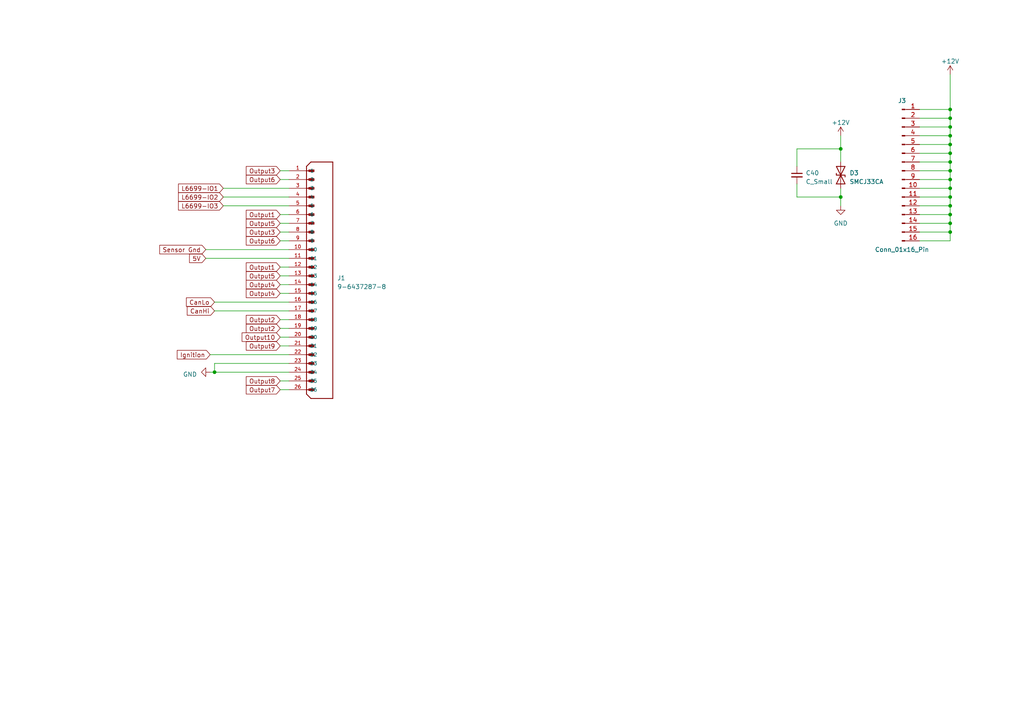
<source format=kicad_sch>
(kicad_sch (version 20230121) (generator eeschema)
  (paper "A4")
  (lib_symbols
    (symbol "Connector:Conn_01x16_Pin" (pin_names (offset 1.016) hide)
      (property "Reference" "J" (at 0 20.32 0))
      (property "Value" "Conn_01x16_Pin" (at 0 -22.86 0))
      (symbol "Conn_01x16_Pin_1_1"
        (polyline (pts (xy 1.27 -20.32) (xy 0.8636 -20.32)) (stroke (width 0.1524)))
        (polyline (pts (xy 1.27 -17.78) (xy 0.8636 -17.78)) (stroke (width 0.1524)))
        (polyline (pts (xy 1.27 -15.24) (xy 0.8636 -15.24)) (stroke (width 0.1524)))
        (polyline (pts (xy 1.27 -12.7) (xy 0.8636 -12.7)) (stroke (width 0.1524)))
        (polyline (pts (xy 1.27 -10.16) (xy 0.8636 -10.16)) (stroke (width 0.1524)))
        (polyline (pts (xy 1.27 -7.62) (xy 0.8636 -7.62)) (stroke (width 0.1524)))
        (polyline (pts (xy 1.27 -5.08) (xy 0.8636 -5.08)) (stroke (width 0.1524)))
        (polyline (pts (xy 1.27 -2.54) (xy 0.8636 -2.54)) (stroke (width 0.1524)))
        (polyline (pts (xy 1.27 0) (xy 0.8636 0)) (stroke (width 0.1524)))
        (polyline (pts (xy 1.27 2.54) (xy 0.8636 2.54)) (stroke (width 0.1524)))
        (polyline (pts (xy 1.27 5.08) (xy 0.8636 5.08)) (stroke (width 0.1524)))
        (polyline (pts (xy 1.27 7.62) (xy 0.8636 7.62)) (stroke (width 0.1524)))
        (polyline (pts (xy 1.27 10.16) (xy 0.8636 10.16)) (stroke (width 0.1524)))
        (polyline (pts (xy 1.27 12.7) (xy 0.8636 12.7)) (stroke (width 0.1524)))
        (polyline (pts (xy 1.27 15.24) (xy 0.8636 15.24)) (stroke (width 0.1524)))
        (polyline (pts (xy 1.27 17.78) (xy 0.8636 17.78)) (stroke (width 0.1524)))
        (rectangle (start 0.8636 -20.193) (end 0 -20.447) (stroke (width 0.1524)) (fill (type outline)))
        (rectangle (start 0.8636 -17.653) (end 0 -17.907) (stroke (width 0.1524)) (fill (type outline)))
        (rectangle (start 0.8636 -15.113) (end 0 -15.367) (stroke (width 0.1524)) (fill (type outline)))
        (rectangle (start 0.8636 -12.573) (end 0 -12.827) (stroke (width 0.1524)) (fill (type outline)))
        (rectangle (start 0.8636 -10.033) (end 0 -10.287) (stroke (width 0.1524)) (fill (type outline)))
        (rectangle (start 0.8636 -7.493) (end 0 -7.747) (stroke (width 0.1524)) (fill (type outline)))
        (rectangle (start 0.8636 -4.953) (end 0 -5.207) (stroke (width 0.1524)) (fill (type outline)))
        (rectangle (start 0.8636 -2.413) (end 0 -2.667) (stroke (width 0.1524)) (fill (type outline)))
        (rectangle (start 0.8636 0.127) (end 0 -0.127) (stroke (width 0.1524)) (fill (type outline)))
        (rectangle (start 0.8636 2.667) (end 0 2.413) (stroke (width 0.1524)) (fill (type outline)))
        (rectangle (start 0.8636 5.207) (end 0 4.953) (stroke (width 0.1524)) (fill (type outline)))
        (rectangle (start 0.8636 7.747) (end 0 7.493) (stroke (width 0.1524)) (fill (type outline)))
        (rectangle (start 0.8636 10.287) (end 0 10.033) (stroke (width 0.1524)) (fill (type outline)))
        (rectangle (start 0.8636 12.827) (end 0 12.573) (stroke (width 0.1524)) (fill (type outline)))
        (rectangle (start 0.8636 15.367) (end 0 15.113) (stroke (width 0.1524)) (fill (type outline)))
        (rectangle (start 0.8636 17.907) (end 0 17.653) (stroke (width 0.1524)) (fill (type outline)))
        (pin passive line (at 5.08 17.78 180) (length 3.81) (name "Pin_1") (number "1"))
        (pin passive line (at 5.08 -5.08 180) (length 3.81) (name "Pin_10") (number "10"))
        (pin passive line (at 5.08 -7.62 180) (length 3.81) (name "Pin_11") (number "11"))
        (pin passive line (at 5.08 -10.16 180) (length 3.81) (name "Pin_12") (number "12"))
        (pin passive line (at 5.08 -12.7 180) (length 3.81) (name "Pin_13") (number "13"))
        (pin passive line (at 5.08 -15.24 180) (length 3.81) (name "Pin_14") (number "14"))
        (pin passive line (at 5.08 -17.78 180) (length 3.81) (name "Pin_15") (number "15"))
        (pin passive line (at 5.08 -20.32 180) (length 3.81) (name "Pin_16") (number "16"))
        (pin passive line (at 5.08 15.24 180) (length 3.81) (name "Pin_2") (number "2"))
        (pin passive line (at 5.08 12.7 180) (length 3.81) (name "Pin_3") (number "3"))
        (pin passive line (at 5.08 10.16 180) (length 3.81) (name "Pin_4") (number "4"))
        (pin passive line (at 5.08 7.62 180) (length 3.81) (name "Pin_5") (number "5"))
        (pin passive line (at 5.08 5.08 180) (length 3.81) (name "Pin_6") (number "6"))
        (pin passive line (at 5.08 2.54 180) (length 3.81) (name "Pin_7") (number "7"))
        (pin passive line (at 5.08 0 180) (length 3.81) (name "Pin_8") (number "8"))
        (pin passive line (at 5.08 -2.54 180) (length 3.81) (name "Pin_9") (number "9"))
      )
    )
    (symbol "Device:C_Small" (pin_numbers hide) (pin_names (offset 0.254) hide)
      (property "Reference" "C" (at 0.254 1.778 0))
      (property "Value" "C_Small" (at 0.254 -2.032 0))
      (symbol "C_Small_0_1"
        (polyline (pts (xy -1.524 -0.508) (xy 1.524 -0.508)) (stroke (width 0.3302)))
        (polyline (pts (xy -1.524 0.508) (xy 1.524 0.508)) (stroke (width 0.3048)))
      )
      (symbol "C_Small_1_1"
        (pin passive line (at 0 2.54 270) (length 2.032) (name "~") (number "1"))
        (pin passive line (at 0 -2.54 90) (length 2.032) (name "~") (number "2"))
      )
    )
    (symbol "Device:D_TVS" (pin_numbers hide) (pin_names (offset 1.016) hide)
      (property "Reference" "D" (at 0 2.54 0))
      (property "Value" "D_TVS" (at 0 -2.54 0))
      (symbol "D_TVS_0_1"
        (polyline (pts (xy 1.27 0) (xy -1.27 0)))
        (polyline (pts (xy 0.508 1.27) (xy 0 1.27) (xy 0 -1.27) (xy -0.508 -1.27)) (stroke (width 0.254)))
        (polyline (pts (xy -2.54 1.27) (xy -2.54 -1.27) (xy 2.54 1.27) (xy 2.54 -1.27) (xy -2.54 1.27)) (stroke (width 0.254)))
      )
      (symbol "D_TVS_1_1"
        (pin passive line (at -3.81 0 0) (length 2.54) (name "A1") (number "1"))
        (pin passive line (at 3.81 0 180) (length 2.54) (name "A2") (number "2"))
      )
    )
    (symbol "MyLibrary:9-6437287-8" (pin_names (offset 1.016))
      (property "Reference" "J" (at 0 34.29 0))
      (property "Value" "9-6437287-8" (at 0 -38.1 0))
      (symbol "9-6437287-8_0_0"
        (polyline (pts (xy 0 -34.29) (xy 1.27 -35.56)) (stroke (width 0.254)))
        (polyline (pts (xy 0 -33.02) (xy 1.905 -33.02)) (stroke (width 0.254)))
        (polyline (pts (xy 0 -30.48) (xy 1.905 -30.48)) (stroke (width 0.254)))
        (polyline (pts (xy 0 -27.94) (xy 1.905 -27.94)) (stroke (width 0.254)))
        (polyline (pts (xy 0 -25.4) (xy 1.905 -25.4)) (stroke (width 0.254)))
        (polyline (pts (xy 0 -22.86) (xy 1.905 -22.86)) (stroke (width 0.254)))
        (polyline (pts (xy 0 -20.32) (xy 1.905 -20.32)) (stroke (width 0.254)))
        (polyline (pts (xy 0 -17.78) (xy 1.905 -17.78)) (stroke (width 0.254)))
        (polyline (pts (xy 0 -15.24) (xy 1.905 -15.24)) (stroke (width 0.254)))
        (polyline (pts (xy 0 -12.7) (xy 1.905 -12.7)) (stroke (width 0.254)))
        (polyline (pts (xy 0 -10.16) (xy 1.905 -10.16)) (stroke (width 0.254)))
        (polyline (pts (xy 0 -7.62) (xy 1.905 -7.62)) (stroke (width 0.254)))
        (polyline (pts (xy 0 -5.08) (xy 1.905 -5.08)) (stroke (width 0.254)))
        (polyline (pts (xy 0 -2.54) (xy 1.905 -2.54)) (stroke (width 0.254)))
        (polyline (pts (xy 0 0) (xy 1.905 0)) (stroke (width 0.254)))
        (polyline (pts (xy 0 2.54) (xy 1.905 2.54)) (stroke (width 0.254)))
        (polyline (pts (xy 0 5.08) (xy 1.905 5.08)) (stroke (width 0.254)))
        (polyline (pts (xy 0 7.62) (xy 1.905 7.62)) (stroke (width 0.254)))
        (polyline (pts (xy 0 10.16) (xy 1.905 10.16)) (stroke (width 0.254)))
        (polyline (pts (xy 0 12.7) (xy 1.905 12.7)) (stroke (width 0.254)))
        (polyline (pts (xy 0 15.24) (xy 1.905 15.24)) (stroke (width 0.254)))
        (polyline (pts (xy 0 17.78) (xy 1.905 17.78)) (stroke (width 0.254)))
        (polyline (pts (xy 0 20.32) (xy 1.905 20.32)) (stroke (width 0.254)))
        (polyline (pts (xy 0 22.86) (xy 1.905 22.86)) (stroke (width 0.254)))
        (polyline (pts (xy 0 25.4) (xy 1.905 25.4)) (stroke (width 0.254)))
        (polyline (pts (xy 0 27.94) (xy 1.905 27.94)) (stroke (width 0.254)))
        (polyline (pts (xy 0 30.48) (xy 0 -34.29)) (stroke (width 0.254)))
        (polyline (pts (xy 0 30.48) (xy 1.905 30.48)) (stroke (width 0.254)))
        (polyline (pts (xy 0 31.75) (xy 0 30.48)) (stroke (width 0.254)))
        (polyline (pts (xy 0 31.75) (xy 1.27 33.02)) (stroke (width 0.254)))
        (polyline (pts (xy 1.27 -35.56) (xy 7.62 -35.56)) (stroke (width 0.254)))
        (polyline (pts (xy 7.62 -35.56) (xy 7.62 33.02)) (stroke (width 0.254)))
        (polyline (pts (xy 7.62 33.02) (xy 1.27 33.02)) (stroke (width 0.254)))
        (rectangle (start 0.635 -33.3375) (end 2.2225 -32.7025) (stroke (width 0.1)) (fill (type outline)))
        (rectangle (start 0.635 -30.7975) (end 2.2225 -30.1625) (stroke (width 0.1)) (fill (type outline)))
        (rectangle (start 0.635 -28.2575) (end 2.2225 -27.6225) (stroke (width 0.1)) (fill (type outline)))
        (rectangle (start 0.635 -25.7175) (end 2.2225 -25.0825) (stroke (width 0.1)) (fill (type outline)))
        (rectangle (start 0.635 -23.1775) (end 2.2225 -22.5425) (stroke (width 0.1)) (fill (type outline)))
        (rectangle (start 0.635 -20.6375) (end 2.2225 -20.0025) (stroke (width 0.1)) (fill (type outline)))
        (rectangle (start 0.635 -18.0975) (end 2.2225 -17.4625) (stroke (width 0.1)) (fill (type outline)))
        (rectangle (start 0.635 -15.5575) (end 2.2225 -14.9225) (stroke (width 0.1)) (fill (type outline)))
        (rectangle (start 0.635 -13.0175) (end 2.2225 -12.3825) (stroke (width 0.1)) (fill (type outline)))
        (rectangle (start 0.635 -10.4775) (end 2.2225 -9.8425) (stroke (width 0.1)) (fill (type outline)))
        (rectangle (start 0.635 -7.9375) (end 2.2225 -7.3025) (stroke (width 0.1)) (fill (type outline)))
        (rectangle (start 0.635 -5.3975) (end 2.2225 -4.7625) (stroke (width 0.1)) (fill (type outline)))
        (rectangle (start 0.635 -2.8575) (end 2.2225 -2.2225) (stroke (width 0.1)) (fill (type outline)))
        (rectangle (start 0.635 -0.3175) (end 2.2225 0.3175) (stroke (width 0.1)) (fill (type outline)))
        (rectangle (start 0.635 2.2225) (end 2.2225 2.8575) (stroke (width 0.1)) (fill (type outline)))
        (rectangle (start 0.635 4.7625) (end 2.2225 5.3975) (stroke (width 0.1)) (fill (type outline)))
        (rectangle (start 0.635 7.3025) (end 2.2225 7.9375) (stroke (width 0.1)) (fill (type outline)))
        (rectangle (start 0.635 9.8425) (end 2.2225 10.4775) (stroke (width 0.1)) (fill (type outline)))
        (rectangle (start 0.635 12.3825) (end 2.2225 13.0175) (stroke (width 0.1)) (fill (type outline)))
        (rectangle (start 0.635 14.9225) (end 2.2225 15.5575) (stroke (width 0.1)) (fill (type outline)))
        (rectangle (start 0.635 17.4625) (end 2.2225 18.0975) (stroke (width 0.1)) (fill (type outline)))
        (rectangle (start 0.635 20.0025) (end 2.2225 20.6375) (stroke (width 0.1)) (fill (type outline)))
        (rectangle (start 0.635 22.5425) (end 2.2225 23.1775) (stroke (width 0.1)) (fill (type outline)))
        (rectangle (start 0.635 25.0825) (end 2.2225 25.7175) (stroke (width 0.1)) (fill (type outline)))
        (rectangle (start 0.635 27.6225) (end 2.2225 28.2575) (stroke (width 0.1)) (fill (type outline)))
        (rectangle (start 0.635 30.1625) (end 2.2225 30.7975) (stroke (width 0.1)) (fill (type outline)))
        (pin passive line (at -5.08 30.48 0) (length 5.08) (name "1") (number "1"))
        (pin passive line (at -5.08 7.62 0) (length 5.08) (name "10") (number "10"))
        (pin passive line (at -5.08 5.08 0) (length 5.08) (name "11") (number "11"))
        (pin passive line (at -5.08 2.54 0) (length 5.08) (name "12") (number "12"))
        (pin passive line (at -5.08 0 0) (length 5.08) (name "13") (number "13"))
        (pin passive line (at -5.08 -2.54 0) (length 5.08) (name "14") (number "14"))
        (pin passive line (at -5.08 -5.08 0) (length 5.08) (name "15") (number "15"))
        (pin passive line (at -5.08 -7.62 0) (length 5.08) (name "16") (number "16"))
        (pin passive line (at -5.08 -10.16 0) (length 5.08) (name "17") (number "17"))
        (pin passive line (at -5.08 -12.7 0) (length 5.08) (name "18") (number "18"))
        (pin passive line (at -5.08 -15.24 0) (length 5.08) (name "19") (number "19"))
        (pin passive line (at -5.08 27.94 0) (length 5.08) (name "2") (number "2"))
        (pin passive line (at -5.08 -17.78 0) (length 5.08) (name "20") (number "20"))
        (pin passive line (at -5.08 -20.32 0) (length 5.08) (name "21") (number "21"))
        (pin passive line (at -5.08 -22.86 0) (length 5.08) (name "22") (number "22"))
        (pin passive line (at -5.08 -25.4 0) (length 5.08) (name "23") (number "23"))
        (pin passive line (at -5.08 -27.94 0) (length 5.08) (name "24") (number "24"))
        (pin passive line (at -5.08 -30.48 0) (length 5.08) (name "25") (number "25"))
        (pin passive line (at -5.08 -33.02 0) (length 5.08) (name "26") (number "26"))
        (pin passive line (at -5.08 25.4 0) (length 5.08) (name "3") (number "3"))
        (pin passive line (at -5.08 22.86 0) (length 5.08) (name "4") (number "4"))
        (pin passive line (at -5.08 20.32 0) (length 5.08) (name "5") (number "5"))
        (pin passive line (at -5.08 17.78 0) (length 5.08) (name "6") (number "6"))
        (pin passive line (at -5.08 15.24 0) (length 5.08) (name "7") (number "7"))
        (pin passive line (at -5.08 12.7 0) (length 5.08) (name "8") (number "8"))
        (pin passive line (at -5.08 10.16 0) (length 5.08) (name "9") (number "9"))
      )
    )
    (symbol "power:+12V" (power) (pin_names (offset 0))
      (property "Value" "+12V" (at 0 3.556 0))
      (symbol "+12V_0_1"
        (polyline (pts (xy -0.762 1.27) (xy 0 2.54)))
        (polyline (pts (xy 0 0) (xy 0 2.54)))
        (polyline (pts (xy 0 2.54) (xy 0.762 1.27)))
      )
      (symbol "+12V_1_1"
        (pin power_in line (at 0 0 90) (length 0) hide (name "+12V") (number "1"))
      )
    )
    (symbol "power:GND" (power) (pin_names (offset 0))
      (property "Value" "GND" (at 0 -3.81 0))
      (symbol "GND_0_1"
        (polyline (pts (xy 0 0) (xy 0 -1.27) (xy 1.27 -1.27) (xy 0 -2.54) (xy -1.27 -1.27) (xy 0 -1.27)))
      )
      (symbol "GND_1_1"
        (pin power_in line (at 0 0 270) (length 0) hide (name "GND") (number "1"))
      )
    )
  )
  (junction (at 243.84 57.15))
  (junction (at 275.59 67.31))
  (junction (at 275.59 54.61))
  (junction (at 275.59 49.53))
  (junction (at 275.59 41.91))
  (junction (at 275.59 59.69))
  (junction (at 275.59 36.83))
  (junction (at 275.59 39.37))
  (junction (at 62.23 107.95))
  (junction (at 243.84 43.18))
  (junction (at 275.59 46.99))
  (junction (at 275.59 57.15))
  (junction (at 275.59 64.77))
  (junction (at 275.59 52.07))
  (junction (at 275.59 44.45))
  (junction (at 275.59 34.29))
  (junction (at 275.59 62.23))
  (junction (at 275.59 31.75))
  (wire (pts (xy 275.59 39.37) (xy 275.59 36.83)))
  (wire (pts (xy 266.7 41.91) (xy 275.59 41.91)))
  (wire (pts (xy 62.23 105.41) (xy 62.23 107.95)))
  (wire (pts (xy 81.28 92.71) (xy 83.82 92.71)))
  (wire (pts (xy 266.7 67.31) (xy 275.59 67.31)))
  (wire (pts (xy 231.14 43.18) (xy 243.84 43.18)))
  (wire (pts (xy 275.59 64.77) (xy 275.59 62.23)))
  (wire (pts (xy 60.96 107.95) (xy 62.23 107.95)))
  (wire (pts (xy 81.28 52.07) (xy 83.82 52.07)))
  (wire (pts (xy 275.59 41.91) (xy 275.59 39.37)))
  (wire (pts (xy 266.7 46.99) (xy 275.59 46.99)))
  (wire (pts (xy 275.59 59.69) (xy 275.59 57.15)))
  (wire (pts (xy 243.84 43.18) (xy 243.84 46.99)))
  (wire (pts (xy 62.23 87.63) (xy 83.82 87.63)))
  (wire (pts (xy 266.7 64.77) (xy 275.59 64.77)))
  (wire (pts (xy 81.28 67.31) (xy 83.82 67.31)))
  (wire (pts (xy 266.7 57.15) (xy 275.59 57.15)))
  (wire (pts (xy 275.59 34.29) (xy 275.59 31.75)))
  (wire (pts (xy 266.7 34.29) (xy 275.59 34.29)))
  (wire (pts (xy 81.28 49.53) (xy 83.82 49.53)))
  (wire (pts (xy 81.28 77.47) (xy 83.82 77.47)))
  (wire (pts (xy 275.59 54.61) (xy 275.59 52.07)))
  (wire (pts (xy 60.96 102.87) (xy 83.82 102.87)))
  (wire (pts (xy 266.7 54.61) (xy 275.59 54.61)))
  (wire (pts (xy 62.23 107.95) (xy 83.82 107.95)))
  (wire (pts (xy 275.59 57.15) (xy 275.59 54.61)))
  (wire (pts (xy 266.7 62.23) (xy 275.59 62.23)))
  (wire (pts (xy 231.14 53.34) (xy 231.14 57.15)))
  (wire (pts (xy 243.84 39.37) (xy 243.84 43.18)))
  (wire (pts (xy 266.7 69.85) (xy 275.59 69.85)))
  (wire (pts (xy 81.28 69.85) (xy 83.82 69.85)))
  (wire (pts (xy 81.28 64.77) (xy 83.82 64.77)))
  (wire (pts (xy 275.59 69.85) (xy 275.59 67.31)))
  (wire (pts (xy 275.59 46.99) (xy 275.59 44.45)))
  (wire (pts (xy 275.59 52.07) (xy 275.59 49.53)))
  (wire (pts (xy 266.7 44.45) (xy 275.59 44.45)))
  (wire (pts (xy 275.59 31.75) (xy 266.7 31.75)))
  (wire (pts (xy 59.69 72.39) (xy 83.82 72.39)))
  (wire (pts (xy 64.77 59.69) (xy 83.82 59.69)))
  (wire (pts (xy 81.28 95.25) (xy 83.82 95.25)))
  (wire (pts (xy 81.28 80.01) (xy 83.82 80.01)))
  (wire (pts (xy 275.59 67.31) (xy 275.59 64.77)))
  (wire (pts (xy 275.59 44.45) (xy 275.59 41.91)))
  (wire (pts (xy 62.23 90.17) (xy 83.82 90.17)))
  (wire (pts (xy 231.14 57.15) (xy 243.84 57.15)))
  (wire (pts (xy 81.28 100.33) (xy 83.82 100.33)))
  (wire (pts (xy 81.28 82.55) (xy 83.82 82.55)))
  (wire (pts (xy 266.7 49.53) (xy 275.59 49.53)))
  (wire (pts (xy 243.84 54.61) (xy 243.84 57.15)))
  (wire (pts (xy 81.28 62.23) (xy 83.82 62.23)))
  (wire (pts (xy 64.77 57.15) (xy 83.82 57.15)))
  (wire (pts (xy 243.84 57.15) (xy 243.84 59.69)))
  (wire (pts (xy 83.82 105.41) (xy 62.23 105.41)))
  (wire (pts (xy 266.7 52.07) (xy 275.59 52.07)))
  (wire (pts (xy 81.28 110.49) (xy 83.82 110.49)))
  (wire (pts (xy 275.59 62.23) (xy 275.59 59.69)))
  (wire (pts (xy 266.7 39.37) (xy 275.59 39.37)))
  (wire (pts (xy 59.69 74.93) (xy 83.82 74.93)))
  (wire (pts (xy 81.28 97.79) (xy 83.82 97.79)))
  (wire (pts (xy 275.59 36.83) (xy 275.59 34.29)))
  (wire (pts (xy 266.7 59.69) (xy 275.59 59.69)))
  (wire (pts (xy 81.28 113.03) (xy 83.82 113.03)))
  (wire (pts (xy 81.28 85.09) (xy 83.82 85.09)))
  (wire (pts (xy 275.59 49.53) (xy 275.59 46.99)))
  (wire (pts (xy 64.77 54.61) (xy 83.82 54.61)))
  (wire (pts (xy 231.14 48.26) (xy 231.14 43.18)))
  (wire (pts (xy 266.7 36.83) (xy 275.59 36.83)))
  (wire (pts (xy 275.59 21.59) (xy 275.59 31.75)))
  (global_label "Output2" (shape input) (at 81.28 95.25 180) (property "Intersheetrefs" "${INTERSHEET_REFS}" (effects hide)))
  (global_label "Ignition" (shape input) (at 60.96 102.87 180) (property "Intersheetrefs" "${INTERSHEET_REFS}" (effects hide)))
  (global_label "L6699-IO2" (shape input) (at 64.77 57.15 180) (property "Intersheetrefs" "${INTERSHEET_REFS}" (effects hide)))
  (global_label "Output1" (shape input) (at 81.28 77.47 180) (property "Intersheetrefs" "${INTERSHEET_REFS}" (effects hide)))
  (global_label "Output2" (shape input) (at 81.28 92.71 180) (property "Intersheetrefs" "${INTERSHEET_REFS}" (effects hide)))
  (global_label "Output7" (shape input) (at 81.28 113.03 180) (property "Intersheetrefs" "${INTERSHEET_REFS}" (effects hide)))
  (global_label "Output10" (shape input) (at 81.28 97.79 180) (property "Intersheetrefs" "${INTERSHEET_REFS}" (effects hide)))
  (global_label "Output6" (shape input) (at 81.28 52.07 180) (property "Intersheetrefs" "${INTERSHEET_REFS}" (effects hide)))
  (global_label "Sensor Gnd" (shape input) (at 59.69 72.39 180) (property "Intersheetrefs" "${INTERSHEET_REFS}" (effects hide)))
  (global_label "Output3" (shape input) (at 81.28 67.31 180) (property "Intersheetrefs" "${INTERSHEET_REFS}" (effects hide)))
  (global_label "CanLo" (shape input) (at 62.23 87.63 180) (property "Intersheetrefs" "${INTERSHEET_REFS}" (effects hide)))
  (global_label "Output4" (shape input) (at 81.28 82.55 180) (property "Intersheetrefs" "${INTERSHEET_REFS}" (effects hide)))
  (global_label "Output5" (shape input) (at 81.28 80.01 180) (property "Intersheetrefs" "${INTERSHEET_REFS}" (effects hide)))
  (global_label "Output3" (shape input) (at 81.28 49.53 180) (property "Intersheetrefs" "${INTERSHEET_REFS}" (effects hide)))
  (global_label "L6699-IO3" (shape input) (at 64.77 59.69 180) (property "Intersheetrefs" "${INTERSHEET_REFS}" (effects hide)))
  (global_label "CanHi" (shape input) (at 62.23 90.17 180) (property "Intersheetrefs" "${INTERSHEET_REFS}" (effects hide)))
  (global_label "Output8" (shape input) (at 81.28 110.49 180) (property "Intersheetrefs" "${INTERSHEET_REFS}" (effects hide)))
  (global_label "Output9" (shape input) (at 81.28 100.33 180) (property "Intersheetrefs" "${INTERSHEET_REFS}" (effects hide)))
  (global_label "5V" (shape input) (at 59.69 74.93 180) (property "Intersheetrefs" "${INTERSHEET_REFS}" (effects hide)))
  (global_label "Output4" (shape input) (at 81.28 85.09 180) (property "Intersheetrefs" "${INTERSHEET_REFS}" (effects hide)))
  (global_label "Output5" (shape input) (at 81.28 64.77 180) (property "Intersheetrefs" "${INTERSHEET_REFS}" (effects hide)))
  (global_label "L6699-IO1" (shape input) (at 64.77 54.61 180) (property "Intersheetrefs" "${INTERSHEET_REFS}" (effects hide)))
  (global_label "Output1" (shape input) (at 81.28 62.23 180) (property "Intersheetrefs" "${INTERSHEET_REFS}" (effects hide)))
  (global_label "Output6" (shape input) (at 81.28 69.85 180) (property "Intersheetrefs" "${INTERSHEET_REFS}" (effects hide)))
  (symbol (lib_id "Device:D_TVS") (at 243.84 50.8 90) (unit 1)
    (property "Reference" "D3" (at 246.38 50.165 90) (effects (justify right)))
    (property "Value" "SMCJ33CA" (at 246.38 52.705 90) (effects (justify right)))
    (property "Footprint" "digikey-footprints:DO-214AB" (effects hide))
  )
  (symbol (lib_id "MyLibrary:9-6437287-8") (at 88.9 80.01 0) (unit 1)
    (property "Reference" "J1" (at 97.79 80.645 0) (effects (justify left)))
    (property "Value" "9-6437287-8" (at 97.79 83.185 0) (effects (justify left)))
    (property "Footprint" "MyKiCadLibraries:TE_9-6437287-8" (effects hide))
    (property "Comment" "9-6437287-8" (effects hide))
    (property "EU_RoHS_Compliance" "Compliant" (effects hide))
  )
  (symbol (lib_id "power:GND") (at 60.96 107.95 270) (unit 1)
    (property "Reference" "#PWR033" (effects hide))
    (property "Value" "GND" (at 57.15 108.585 90) (effects (justify right)))
    (instances (project "Power Module Rev 5" (path "" (reference "#PWR033") (unit 1)) (path "" (reference "#PWR030") (unit 1)) (path "" (reference "#PWR031") (unit 1)) (path "" (reference "#PWR032") (unit 1)) (path "" (reference "#PWR034") (unit 1)) (path "" (reference "#PWR035") (unit 1)) (path "" (reference "#PWR059") (unit 1))))
  )
  (symbol (lib_id "power:+12V") (at 243.84 39.37 0) (unit 1)
    (property "Reference" "#PWR055" (effects hide))
    (property "Value" "+12V" (at 243.84 35.56 0))
  )
  (symbol (lib_id "Connector:Conn_01x16_Pin") (at 261.62 49.53 0) (unit 1)
    (property "Reference" "J3" (at 261.62 29.21 0))
    (property "Value" "Conn_01x16_Pin" (at 261.62 72.39 0))
    (property "Footprint" "Eagle_WP-BUCF (rev22a):WP-BUFU_7461147_HAL" (effects hide))
  )
  (symbol (lib_id "Device:C_Small") (at 231.14 50.8 0) (unit 1)
    (property "Reference" "C40" (at 233.68 50.1713 0) (effects (justify left)))
    (property "Value" "C_Small" (at 233.68 52.7113 0) (effects (justify left)))
  )
  (symbol (lib_id "power:+12V") (at 275.59 21.59 0) (unit 1)
    (property "Reference" "#PWR01" (effects hide))
    (property "Value" "+12V" (at 275.59 17.78 0))
  )
  (symbol (lib_id "power:GND") (at 243.84 59.69 0) (unit 1)
    (property "Reference" "#PWR033" (effects hide))
    (property "Value" "GND" (at 243.84 64.77 0))
    (instances (project "Power Module Rev 5" (path "" (reference "#PWR033") (unit 1)) (path "" (reference "#PWR030") (unit 1)) (path "" (reference "#PWR031") (unit 1)) (path "" (reference "#PWR032") (unit 1)) (path "" (reference "#PWR034") (unit 1)) (path "" (reference "#PWR035") (unit 1)) (path "" (reference "#PWR056") (unit 1))))
  )
)
</source>
